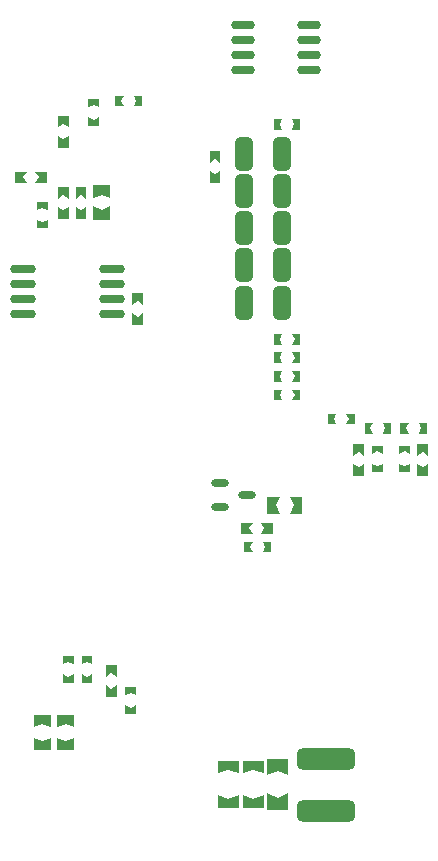
<source format=gbp>
G04 Layer_Color=128*
%FSLAX24Y24*%
%MOIN*%
G70*
G01*
G75*
%ADD16O,0.0800X0.0295*%
G04:AMPARAMS|DCode=21|XSize=110.2mil|YSize=59.1mil|CornerRadius=14.8mil|HoleSize=0mil|Usage=FLASHONLY|Rotation=270.000|XOffset=0mil|YOffset=0mil|HoleType=Round|Shape=RoundedRectangle|*
%AMROUNDEDRECTD21*
21,1,0.1102,0.0295,0,0,270.0*
21,1,0.0807,0.0591,0,0,270.0*
1,1,0.0295,-0.0148,-0.0404*
1,1,0.0295,-0.0148,0.0404*
1,1,0.0295,0.0148,0.0404*
1,1,0.0295,0.0148,-0.0404*
%
%ADD21ROUNDEDRECTD21*%
%ADD28O,0.0591X0.0281*%
%ADD54O,0.0850X0.0295*%
G04:AMPARAMS|DCode=55|XSize=194.9mil|YSize=70.9mil|CornerRadius=17.7mil|HoleSize=0mil|Usage=FLASHONLY|Rotation=180.000|XOffset=0mil|YOffset=0mil|HoleType=Round|Shape=RoundedRectangle|*
%AMROUNDEDRECTD55*
21,1,0.1949,0.0354,0,0,180.0*
21,1,0.1594,0.0709,0,0,180.0*
1,1,0.0354,-0.0797,0.0177*
1,1,0.0354,0.0797,0.0177*
1,1,0.0354,0.0797,-0.0177*
1,1,0.0354,-0.0797,-0.0177*
%
%ADD55ROUNDEDRECTD55*%
G36*
X41348Y27156D02*
X41476Y26880D01*
X41063D01*
Y27431D01*
X41476D01*
X41348Y27156D01*
D02*
G37*
G36*
X41240Y26212D02*
X40846D01*
X40965Y26389D01*
X40846Y26566D01*
X41240D01*
Y26212D01*
D02*
G37*
G36*
X44281Y28150D02*
X43926D01*
Y28543D01*
X44103Y28425D01*
X44281Y28543D01*
Y28150D01*
D02*
G37*
G36*
X42224Y26880D02*
X41811D01*
X41939Y27156D01*
X41811Y27431D01*
X42224D01*
Y26880D01*
D02*
G37*
G36*
X40492Y25768D02*
X40571Y25591D01*
X40295D01*
Y25945D01*
X40571D01*
X40492Y25768D01*
D02*
G37*
G36*
X35226Y21860D02*
X35049Y21939D01*
X34872Y21860D01*
Y22136D01*
X35226D01*
Y21860D01*
D02*
G37*
G36*
X40453Y26389D02*
X40571Y26212D01*
X40177D01*
Y26566D01*
X40571D01*
X40453Y26389D01*
D02*
G37*
G36*
X41181Y25591D02*
X40905D01*
X40984Y25768D01*
X40905Y25945D01*
X41181D01*
Y25591D01*
D02*
G37*
G36*
X46417Y28150D02*
X46063D01*
Y28543D01*
X46240Y28425D01*
X46417Y28543D01*
Y28150D01*
D02*
G37*
G36*
X45817Y28878D02*
X45640Y28956D01*
X45463Y28878D01*
Y29153D01*
X45817D01*
Y28878D01*
D02*
G37*
G36*
X44902D02*
X44724Y28956D01*
X44547Y28878D01*
Y29153D01*
X44902D01*
Y28878D01*
D02*
G37*
G36*
X45187Y29547D02*
X44911D01*
X44990Y29724D01*
X44911Y29902D01*
X45187D01*
Y29547D01*
D02*
G37*
G36*
X44498Y29724D02*
X44577Y29547D01*
X44301D01*
Y29902D01*
X44577D01*
X44498Y29724D01*
D02*
G37*
G36*
X45817Y28268D02*
X45463D01*
Y28543D01*
X45640Y28465D01*
X45817Y28543D01*
Y28268D01*
D02*
G37*
G36*
X44902D02*
X44547D01*
Y28543D01*
X44724Y28465D01*
X44902Y28543D01*
Y28268D01*
D02*
G37*
G36*
X46417Y28819D02*
X46240Y28937D01*
X46063Y28819D01*
Y29213D01*
X46417D01*
Y28819D01*
D02*
G37*
G36*
X44281D02*
X44103Y28937D01*
X43926Y28819D01*
Y29213D01*
X44281D01*
Y28819D01*
D02*
G37*
G36*
X40935Y18228D02*
X40591Y18346D01*
X40246Y18228D01*
Y18642D01*
X40935D01*
Y18228D01*
D02*
G37*
G36*
X40108D02*
X39764Y18346D01*
X39419Y18228D01*
Y18642D01*
X40108D01*
Y18228D01*
D02*
G37*
G36*
X34616Y19006D02*
X34065D01*
Y19419D01*
X34340Y19291D01*
X34616Y19419D01*
Y19006D01*
D02*
G37*
G36*
X33838D02*
X33287D01*
Y19419D01*
X33563Y19291D01*
X33838Y19419D01*
Y19006D01*
D02*
G37*
G36*
X40935Y17087D02*
X40246D01*
Y17500D01*
X40591Y17382D01*
X40935Y17500D01*
Y17087D01*
D02*
G37*
G36*
X40108D02*
X39419D01*
Y17500D01*
X39764Y17382D01*
X40108Y17500D01*
Y17087D01*
D02*
G37*
G36*
X41762Y18159D02*
X41407Y18317D01*
X41053Y18159D01*
Y18711D01*
X41762D01*
Y18159D01*
D02*
G37*
G36*
Y17018D02*
X41053D01*
Y17569D01*
X41407Y17411D01*
X41762Y17569D01*
Y17018D01*
D02*
G37*
G36*
X33838Y19754D02*
X33563Y19882D01*
X33287Y19754D01*
Y20167D01*
X33838D01*
Y19754D01*
D02*
G37*
G36*
X34606Y21250D02*
X34252D01*
Y21526D01*
X34429Y21447D01*
X34606Y21526D01*
Y21250D01*
D02*
G37*
G36*
X36043Y21437D02*
X35866Y21555D01*
X35689Y21437D01*
Y21831D01*
X36043D01*
Y21437D01*
D02*
G37*
G36*
X34606Y21860D02*
X34429Y21939D01*
X34252Y21860D01*
Y22136D01*
X34606D01*
Y21860D01*
D02*
G37*
G36*
X35226Y21250D02*
X34872D01*
Y21526D01*
X35049Y21447D01*
X35226Y21526D01*
Y21250D01*
D02*
G37*
G36*
X36683Y20217D02*
X36329D01*
Y20492D01*
X36506Y20413D01*
X36683Y20492D01*
Y20217D01*
D02*
G37*
G36*
X34616Y19754D02*
X34340Y19882D01*
X34065Y19754D01*
Y20167D01*
X34616D01*
Y19754D01*
D02*
G37*
G36*
X36043Y20768D02*
X35689D01*
Y21161D01*
X35866Y21043D01*
X36043Y21161D01*
Y20768D01*
D02*
G37*
G36*
X36683Y20827D02*
X36506Y20905D01*
X36329Y20827D01*
Y21102D01*
X36683D01*
Y20827D01*
D02*
G37*
G36*
X32933Y38091D02*
X33051Y37913D01*
X32657D01*
Y38268D01*
X33051D01*
X32933Y38091D01*
D02*
G37*
G36*
X35827Y37392D02*
X35541Y37520D01*
X35256Y37392D01*
Y37844D01*
X35827D01*
Y37392D01*
D02*
G37*
G36*
X39498Y37913D02*
X39144D01*
Y38307D01*
X39321Y38189D01*
X39498Y38307D01*
Y37913D01*
D02*
G37*
G36*
X33720D02*
X33327D01*
X33445Y38091D01*
X33327Y38268D01*
X33720D01*
Y37913D01*
D02*
G37*
G36*
X35827Y36683D02*
X35256D01*
Y37136D01*
X35541Y37008D01*
X35827Y37136D01*
Y36683D01*
D02*
G37*
G36*
X33740Y37008D02*
X33563Y37087D01*
X33386Y37008D01*
Y37283D01*
X33740D01*
Y37008D01*
D02*
G37*
G36*
X35030Y37383D02*
X34852Y37501D01*
X34675Y37383D01*
Y37776D01*
X35030D01*
Y37383D01*
D02*
G37*
G36*
X34439Y37382D02*
X34262Y37500D01*
X34085Y37382D01*
Y37776D01*
X34439D01*
Y37382D01*
D02*
G37*
G36*
X39498Y38583D02*
X39321Y38701D01*
X39144Y38583D01*
Y38976D01*
X39498D01*
Y38583D01*
D02*
G37*
G36*
X35453Y40423D02*
X35276Y40502D01*
X35098Y40423D01*
Y40699D01*
X35453D01*
Y40423D01*
D02*
G37*
G36*
Y39813D02*
X35098D01*
Y40089D01*
X35276Y40010D01*
X35453Y40089D01*
Y39813D01*
D02*
G37*
G36*
X36880Y40463D02*
X36604D01*
X36683Y40640D01*
X36604Y40817D01*
X36880D01*
Y40463D01*
D02*
G37*
G36*
X36191Y40640D02*
X36270Y40463D01*
X35994D01*
Y40817D01*
X36270D01*
X36191Y40640D01*
D02*
G37*
G36*
X41467Y39862D02*
X41546Y39685D01*
X41270D01*
Y40039D01*
X41546D01*
X41467Y39862D01*
D02*
G37*
G36*
X34439Y39085D02*
X34085D01*
Y39478D01*
X34262Y39360D01*
X34439Y39478D01*
Y39085D01*
D02*
G37*
G36*
Y39754D02*
X34262Y39872D01*
X34085Y39754D01*
Y40148D01*
X34439D01*
Y39754D01*
D02*
G37*
G36*
X42156Y39685D02*
X41880D01*
X41959Y39862D01*
X41880Y40039D01*
X42156D01*
Y39685D01*
D02*
G37*
G36*
X42165Y30659D02*
X41890D01*
X41968Y30837D01*
X41890Y31014D01*
X42165D01*
Y30659D01*
D02*
G37*
G36*
X41477Y30837D02*
X41555Y30659D01*
X41280D01*
Y31014D01*
X41555D01*
X41477Y30837D01*
D02*
G37*
G36*
X42165Y31280D02*
X41890D01*
X41968Y31457D01*
X41890Y31634D01*
X42165D01*
Y31280D01*
D02*
G37*
G36*
X41477Y31457D02*
X41555Y31280D01*
X41280D01*
Y31634D01*
X41555D01*
X41477Y31457D01*
D02*
G37*
G36*
X46378Y29547D02*
X46102D01*
X46181Y29724D01*
X46102Y29902D01*
X46378D01*
Y29547D01*
D02*
G37*
G36*
X45689Y29724D02*
X45768Y29547D01*
X45492D01*
Y29902D01*
X45768D01*
X45689Y29724D01*
D02*
G37*
G36*
X43967Y29862D02*
X43691D01*
X43770Y30039D01*
X43691Y30217D01*
X43967D01*
Y29862D01*
D02*
G37*
G36*
X43278Y30039D02*
X43357Y29862D01*
X43081D01*
Y30217D01*
X43357D01*
X43278Y30039D01*
D02*
G37*
G36*
X41477Y32077D02*
X41555Y31900D01*
X41280D01*
Y32254D01*
X41555D01*
X41477Y32077D01*
D02*
G37*
G36*
X33740Y36398D02*
X33386D01*
Y36673D01*
X33563Y36595D01*
X33740Y36673D01*
Y36398D01*
D02*
G37*
G36*
X36919Y33839D02*
X36742Y33957D01*
X36565Y33839D01*
Y34232D01*
X36919D01*
Y33839D01*
D02*
G37*
G36*
X35030Y36713D02*
X34675D01*
Y37107D01*
X34852Y36989D01*
X35030Y37107D01*
Y36713D01*
D02*
G37*
G36*
X34439Y36713D02*
X34085D01*
Y37106D01*
X34262Y36988D01*
X34439Y37106D01*
Y36713D01*
D02*
G37*
G36*
X41477Y32697D02*
X41555Y32520D01*
X41280D01*
Y32874D01*
X41555D01*
X41477Y32697D01*
D02*
G37*
G36*
X42165Y31900D02*
X41890D01*
X41968Y32077D01*
X41890Y32254D01*
X42165D01*
Y31900D01*
D02*
G37*
G36*
X36919Y33169D02*
X36565D01*
Y33563D01*
X36742Y33445D01*
X36919Y33563D01*
Y33169D01*
D02*
G37*
G36*
X42165Y32520D02*
X41890D01*
X41968Y32697D01*
X41890Y32874D01*
X42165D01*
Y32520D01*
D02*
G37*
D16*
X42446Y42683D02*
D03*
X40246D02*
D03*
X42446Y43183D02*
D03*
X40246D02*
D03*
X42446Y41683D02*
D03*
Y42183D02*
D03*
X40246D02*
D03*
Y41683D02*
D03*
D21*
X41535Y37638D02*
D03*
X40276D02*
D03*
X41535Y36398D02*
D03*
X40276D02*
D03*
X41535Y35157D02*
D03*
X40276D02*
D03*
X41535Y33907D02*
D03*
X40276D02*
D03*
X41535Y38878D02*
D03*
X40276D02*
D03*
D28*
X39484Y27900D02*
D03*
Y27100D02*
D03*
X40394Y27500D02*
D03*
D54*
X35873Y33535D02*
D03*
Y34535D02*
D03*
Y35035D02*
D03*
X32923Y33535D02*
D03*
Y34535D02*
D03*
Y35035D02*
D03*
X35873Y34035D02*
D03*
X32923D02*
D03*
D55*
X43022Y16978D02*
D03*
Y18711D02*
D03*
M02*

</source>
